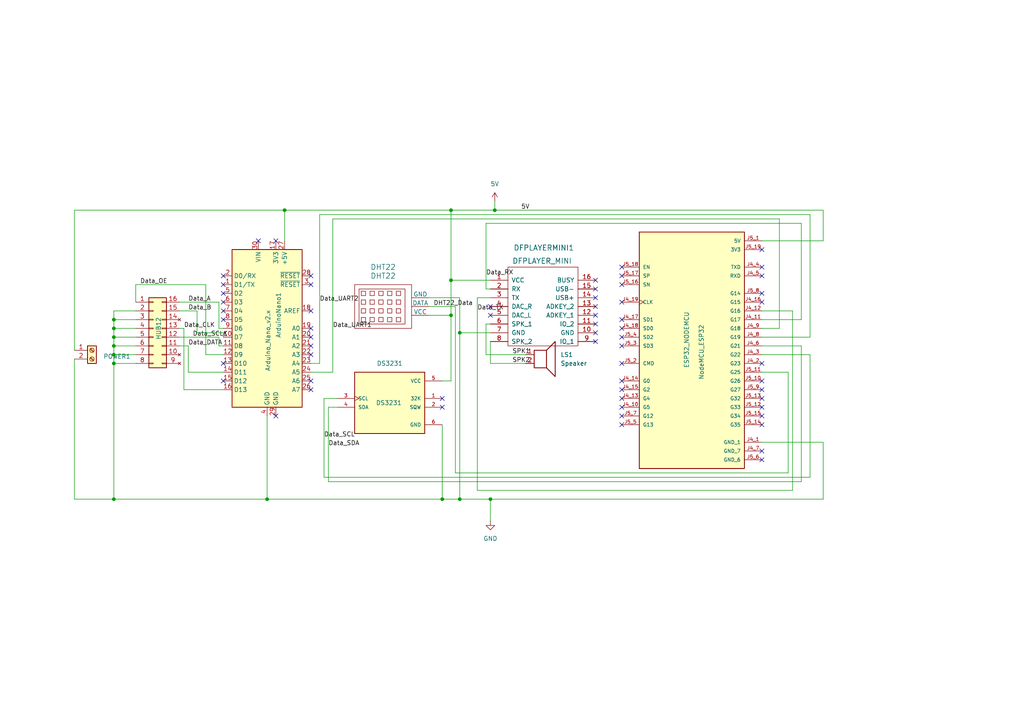
<source format=kicad_sch>
(kicad_sch (version 20250114) (generator "eeschema") (generator_version "9.0")
  (paper "A4")
  (lib_symbols
    (symbol "Connector:Screw_Terminal_01x02" (pin_names (offset 1.016) (hide yes))
      (property "Reference" "J" (at 0 2.54 0))
      (property "Value" "Screw_Terminal_01x02" (at 0 -5.08 0))
      (symbol "Screw_Terminal_01x02_1_1"
        (rectangle (start -1.27 1.27) (end 1.27 -3.81) (stroke (width 0.254)) (fill (type background)))
        (polyline (pts (xy -0.5334 0.3302) (xy 0.3302 -0.508)) (stroke (width 0.1524)))
        (polyline (pts (xy -0.5334 -2.2098) (xy 0.3302 -3.048)) (stroke (width 0.1524)))
        (polyline (pts (xy -0.3556 0.508) (xy 0.508 -0.3302)) (stroke (width 0.1524)))
        (polyline (pts (xy -0.3556 -2.032) (xy 0.508 -2.8702)) (stroke (width 0.1524)))
        (circle (center 0 0) (radius 0.635) (stroke (width 0.1524)))
        (circle (center 0 -2.54) (radius 0.635) (stroke (width 0.1524)))
        (pin passive line (at -5.08 0 0) (length 3.81) (name "Pin_1") (number "1"))
        (pin passive line (at -5.08 -2.54 0) (length 3.81) (name "Pin_2") (number "2"))
      )
    )
    (symbol "Connector_Generic_MountingPin:Conn_02x08_Counter_Clockwise_MountingPin" (pin_names (offset 1.016) (hide yes))
      (property "Reference" "J1" (at 1.27 13.97 0))
      (property "Value" "Conn_02x08_Odd_Even_MountingPin" (at 1.27 11.43 0))
      (symbol "Conn_02x08_Counter_Clockwise_MountingPin_1_1"
        (rectangle (start -1.27 8.89) (end 3.81 -11.43) (stroke (width 0.254)) (fill (type background)))
        (rectangle (start -1.27 7.747) (end 0 7.493) (stroke (width 0.1524)))
        (rectangle (start -1.27 5.207) (end 0 4.953) (stroke (width 0.1524)))
        (rectangle (start -1.27 2.667) (end 0 2.413) (stroke (width 0.1524)))
        (rectangle (start -1.27 0.127) (end 0 -0.127) (stroke (width 0.1524)))
        (rectangle (start -1.27 -2.413) (end 0 -2.667) (stroke (width 0.1524)))
        (rectangle (start -1.27 -4.953) (end 0 -5.207) (stroke (width 0.1524)))
        (rectangle (start -1.27 -7.493) (end 0 -7.747) (stroke (width 0.1524)))
        (rectangle (start -1.27 -10.033) (end 0 -10.287) (stroke (width 0.1524)))
        (rectangle (start 3.81 7.747) (end 2.54 7.493) (stroke (width 0.1524)))
        (rectangle (start 3.81 5.207) (end 2.54 4.953) (stroke (width 0.1524)))
        (rectangle (start 3.81 2.667) (end 2.54 2.413) (stroke (width 0.1524)))
        (rectangle (start 3.81 0.127) (end 2.54 -0.127) (stroke (width 0.1524)))
        (rectangle (start 3.81 -2.413) (end 2.54 -2.667) (stroke (width 0.1524)))
        (rectangle (start 3.81 -4.953) (end 2.54 -5.207) (stroke (width 0.1524)))
        (rectangle (start 3.81 -7.493) (end 2.54 -7.747) (stroke (width 0.1524)))
        (rectangle (start 3.81 -10.033) (end 2.54 -10.287) (stroke (width 0.1524)))
        (pin input line (at -5.08 7.62 0) (length 3.81) (name "Pin_1") (number "1"))
        (pin passive line (at -5.08 5.08 0) (length 3.81) (name "GND") (number "2"))
        (pin passive line (at -5.08 2.54 0) (length 3.81) (name "GND") (number "3"))
        (pin passive line (at -5.08 0 0) (length 3.81) (name "GND") (number "4"))
        (pin passive line (at -5.08 -2.54 0) (length 3.81) (name "GND") (number "5"))
        (pin passive line (at -5.08 -5.08 0) (length 3.81) (name "GND") (number "6"))
        (pin passive line (at -5.08 -7.62 0) (length 3.81) (name "GND") (number "7"))
        (pin passive line (at -5.08 -10.16 0) (length 3.81) (name "GND") (number "8"))
        (pin input line (at 7.62 7.62 180) (length 3.81) (name "A") (number "16"))
        (pin input line (at 7.62 5.08 180) (length 3.81) (name "B") (number "15"))
        (pin no_connect line (at 7.62 2.54 180) (length 3.81) (name "X") (number "14"))
        (pin input line (at 7.62 0 180) (length 3.81) (name "CLK") (number "13"))
        (pin input line (at 7.62 -2.54 180) (length 3.81) (name "SCLK") (number "12"))
        (pin input line (at 7.62 -5.08 180) (length 3.81) (name "Data") (number "11"))
        (pin no_connect line (at 7.62 -7.62 180) (length 3.81) (name "X") (number "10"))
        (pin no_connect line (at 7.62 -10.16 180) (length 3.81) (name "X") (number "9"))
      )
    )
    (symbol "DFMINI:DFPLAYER_MINI" (pin_names (offset 1.016))
      (property "Reference" "DFPLAYERMINI1" (at 0.254 18.288 0))
      (property "Value" "DFPLAYER_MINI" (at -0.254 14.478 0))
      (symbol "DFPLAYER_MINI_0_1"
        (rectangle (start -10.16 -10.16) (end 10.16 12.7))
      )
      (symbol "DFPLAYER_MINI_1_1"
        (pin input line (at -15.24 8.89 0) (length 5.08) (name "VCC") (number "1"))
        (pin input line (at -15.24 6.35 0) (length 5.08) (name "RX") (number "2"))
        (pin input line (at -15.24 3.81 0) (length 5.08) (name "TX") (number "3"))
        (pin input line (at -15.24 1.27 0) (length 5.08) (name "DAC_R") (number "4"))
        (pin input line (at -15.24 -1.27 0) (length 5.08) (name "DAC_L") (number "5"))
        (pin passive line (at -15.24 -3.81 0) (length 5.08) (name "SPK_1") (number "6"))
        (pin input line (at -15.24 -6.35 0) (length 5.08) (name "GND") (number "7"))
        (pin passive line (at -15.24 -8.89 0) (length 5.08) (name "SPK_2") (number "8"))
        (pin input line (at 15.24 8.89 180) (length 5.08) (name "BUSY") (number "16"))
        (pin input line (at 15.24 6.35 180) (length 5.08) (name "USB-") (number "15"))
        (pin input line (at 15.24 3.81 180) (length 5.08) (name "USB+") (number "14"))
        (pin input line (at 15.24 1.27 180) (length 5.08) (name "ADKEY_2") (number "13"))
        (pin input line (at 15.24 -1.27 180) (length 5.08) (name "ADKEY_1") (number "12"))
        (pin input line (at 15.24 -3.81 180) (length 5.08) (name "IO_2") (number "11"))
        (pin input line (at 15.24 -6.35 180) (length 5.08) (name "GND") (number "10"))
        (pin input line (at 15.24 -8.89 180) (length 5.08) (name "IO_1") (number "9"))
      )
    )
    (symbol "Device:Speaker" (pin_names (offset 0) (hide yes))
      (property "Reference" "LS" (at 1.27 5.715 0))
      (property "Value" "Speaker" (at 1.27 3.81 0))
      (symbol "Speaker_0_0"
        (rectangle (start -2.54 1.27) (end 1.016 -3.81) (stroke (width 0.254)))
        (polyline (pts (xy 1.016 1.27) (xy 3.556 3.81) (xy 3.556 -6.35) (xy 1.016 -3.81)) (stroke (width 0.254)))
      )
      (symbol "Speaker_1_1"
        (pin input line (at -5.08 0 0) (length 2.54) (name "1") (number "1"))
        (pin input line (at -5.08 -2.54 0) (length 2.54) (name "2") (number "2"))
      )
    )
    (symbol "ESP32_NODEMCU:ESP32_NODEMCU" (pin_names (offset 1.016))
      (property "Reference" "NodeMCU_ESP32" (at 2.794 0.762 90))
      (property "Value" "ESP32_NODEMCU" (at -1.524 4.318 90))
      (symbol "ESP32_NODEMCU_0_0"
        (rectangle (start -15.24 -33.02) (end 15.24 35.56) (stroke (width 0.254)) (fill (type background)))
        (pin input line (at -20.32 25.4 0) (length 5.08) (name "EN") (number "J5_18"))
        (pin input line (at -20.32 22.86 0) (length 5.08) (name "SP") (number "J5_17"))
        (pin input line (at -20.32 20.32 0) (length 5.08) (name "SN") (number "J5_16"))
        (pin input clock (at -20.32 15.24 0) (length 5.08) (name "CLK") (number "J4_19"))
        (pin bidirectional line (at -20.32 10.16 0) (length 5.08) (name "SD1") (number "J4_17"))
        (pin bidirectional line (at -20.32 7.62 0) (length 5.08) (name "SD0") (number "J4_18"))
        (pin bidirectional line (at -20.32 5.08 0) (length 5.08) (name "SD2") (number "J5_4"))
        (pin bidirectional line (at -20.32 2.54 0) (length 5.08) (name "SD3") (number "J5_3"))
        (pin bidirectional line (at -20.32 -2.54 0) (length 5.08) (name "CMD") (number "J5_2"))
        (pin bidirectional line (at -20.32 -7.62 0) (length 5.08) (name "G0") (number "J4_14"))
        (pin bidirectional line (at -20.32 -10.16 0) (length 5.08) (name "G2") (number "J4_15"))
        (pin bidirectional line (at -20.32 -12.7 0) (length 5.08) (name "G4") (number "J4_13"))
        (pin bidirectional line (at -20.32 -15.24 0) (length 5.08) (name "G5") (number "J4_10"))
        (pin bidirectional line (at -20.32 -17.78 0) (length 5.08) (name "G12") (number "J5_7"))
        (pin bidirectional line (at -20.32 -20.32 0) (length 5.08) (name "G13") (number "J5_5"))
        (pin power_in line (at 20.32 33.02 180) (length 5.08) (name "5V") (number "J5_1"))
        (pin power_in line (at 20.32 30.48 180) (length 5.08) (name "3V3") (number "J5_19"))
        (pin output line (at 20.32 25.4 180) (length 5.08) (name "TXD") (number "J4_4"))
        (pin input line (at 20.32 22.86 180) (length 5.08) (name "RXD") (number "J4_5"))
        (pin bidirectional line (at 20.32 17.78 180) (length 5.08) (name "G14") (number "J5_8"))
        (pin bidirectional line (at 20.32 15.24 180) (length 5.08) (name "G15") (number "J4_16"))
        (pin bidirectional line (at 20.32 12.7 180) (length 5.08) (name "G16") (number "J4_12"))
        (pin bidirectional line (at 20.32 10.16 180) (length 5.08) (name "G17") (number "J4_11"))
        (pin bidirectional line (at 20.32 7.62 180) (length 5.08) (name "G18") (number "J4_9"))
        (pin bidirectional line (at 20.32 5.08 180) (length 5.08) (name "G19") (number "J4_8"))
        (pin bidirectional line (at 20.32 2.54 180) (length 5.08) (name "G21") (number "J4_6"))
        (pin bidirectional line (at 20.32 0 180) (length 5.08) (name "G22") (number "J4_3"))
        (pin bidirectional line (at 20.32 -2.54 180) (length 5.08) (name "G23") (number "J4_2"))
        (pin bidirectional line (at 20.32 -5.08 180) (length 5.08) (name "G25") (number "J5_11"))
        (pin bidirectional line (at 20.32 -7.62 180) (length 5.08) (name "G26") (number "J5_10"))
        (pin bidirectional line (at 20.32 -10.16 180) (length 5.08) (name "G27") (number "J5_9"))
        (pin bidirectional line (at 20.32 -12.7 180) (length 5.08) (name "G32") (number "J5_13"))
        (pin bidirectional line (at 20.32 -15.24 180) (length 5.08) (name "G33") (number "J5_12"))
        (pin bidirectional line (at 20.32 -17.78 180) (length 5.08) (name "G34") (number "J5_15"))
        (pin bidirectional line (at 20.32 -20.32 180) (length 5.08) (name "G35") (number "J5_14"))
        (pin power_out line (at 20.32 -25.4 180) (length 5.08) (name "GND_1") (number "J4_1"))
        (pin power_in line (at 20.32 -27.94 180) (length 5.08) (name "GND_7") (number "J4_7"))
        (pin power_in line (at 20.32 -30.48 180) (length 5.08) (name "GND_6") (number "J5_6"))
      )
    )
    (symbol "MCU_Module:Arduino_Nano_v2.x"
      (property "Reference" "A" (at -10.16 23.495 0))
      (property "Value" "Arduino_Nano_v2.x" (at 5.08 -24.13 0))
      (symbol "Arduino_Nano_v2.x_0_1"
        (rectangle (start -10.16 22.86) (end 10.16 -22.86) (stroke (width 0.254)) (fill (type background)))
      )
      (symbol "Arduino_Nano_v2.x_1_1"
        (pin bidirectional line (at -12.7 15.24 0) (length 2.54) (name "D0/RX") (number "2"))
        (pin bidirectional line (at -12.7 12.7 0) (length 2.54) (name "D1/TX") (number "1"))
        (pin bidirectional line (at -12.7 10.16 0) (length 2.54) (name "D2") (number "5"))
        (pin bidirectional line (at -12.7 7.62 0) (length 2.54) (name "D3") (number "6"))
        (pin bidirectional line (at -12.7 5.08 0) (length 2.54) (name "D4") (number "7"))
        (pin bidirectional line (at -12.7 2.54 0) (length 2.54) (name "D5") (number "8"))
        (pin bidirectional line (at -12.7 0 0) (length 2.54) (name "D6") (number "9"))
        (pin bidirectional line (at -12.7 -2.54 0) (length 2.54) (name "D7") (number "10"))
        (pin bidirectional line (at -12.7 -5.08 0) (length 2.54) (name "D8") (number "11"))
        (pin bidirectional line (at -12.7 -7.62 0) (length 2.54) (name "D9") (number "12"))
        (pin bidirectional line (at -12.7 -10.16 0) (length 2.54) (name "D10") (number "13"))
        (pin bidirectional line (at -12.7 -12.7 0) (length 2.54) (name "D11") (number "14"))
        (pin bidirectional line (at -12.7 -15.24 0) (length 2.54) (name "D12") (number "15"))
        (pin bidirectional line (at -12.7 -17.78 0) (length 2.54) (name "D13") (number "16"))
        (pin power_in line (at -2.54 25.4 270) (length 2.54) (name "VIN") (number "30"))
        (pin power_in line (at 0 -25.4 90) (length 2.54) (name "GND") (number "4"))
        (pin power_out line (at 2.54 25.4 270) (length 2.54) (name "3V3") (number "17"))
        (pin power_in line (at 2.54 -25.4 90) (length 2.54) (name "GND") (number "29"))
        (pin power_out line (at 5.08 25.4 270) (length 2.54) (name "+5V") (number "27"))
        (pin input line (at 12.7 15.24 180) (length 2.54) (name "~{RESET}") (number "28"))
        (pin input line (at 12.7 12.7 180) (length 2.54) (name "~{RESET}") (number "3"))
        (pin input line (at 12.7 5.08 180) (length 2.54) (name "AREF") (number "18"))
        (pin bidirectional line (at 12.7 0 180) (length 2.54) (name "A0") (number "19"))
        (pin bidirectional line (at 12.7 -2.54 180) (length 2.54) (name "A1") (number "20"))
        (pin bidirectional line (at 12.7 -5.08 180) (length 2.54) (name "A2") (number "21"))
        (pin bidirectional line (at 12.7 -7.62 180) (length 2.54) (name "A3") (number "22"))
        (pin bidirectional line (at 12.7 -10.16 180) (length 2.54) (name "A4") (number "23"))
        (pin bidirectional line (at 12.7 -12.7 180) (length 2.54) (name "A5") (number "24"))
        (pin bidirectional line (at 12.7 -15.24 180) (length 2.54) (name "A6") (number "25"))
        (pin bidirectional line (at 12.7 -17.78 180) (length 2.54) (name "A7") (number "26"))
      )
    )
    (symbol "TC00500:TC00500" (pin_names (offset 1.016))
      (property "Reference" "U" (at -10.16 8.89 0))
      (property "Value" "TC00500" (at -10.16 -11.43 0))
      (symbol "TC00500_0_0"
        (rectangle (start -10.16 -10.16) (end 10.16 7.62) (stroke (width 0.254)) (fill (type background)))
        (pin input clock (at -15.24 0 0) (length 5.08) (name "SCL") (number "3"))
        (pin bidirectional line (at -15.24 -2.54 0) (length 5.08) (name "SDA") (number "4"))
        (pin power_in line (at 15.24 5.08 180) (length 5.08) (name "VCC") (number "5"))
        (pin output line (at 15.24 0 180) (length 5.08) (name "32K") (number "1"))
        (pin output line (at 15.24 -2.54 180) (length 5.08) (name "SQW") (number "2"))
        (pin power_in line (at 15.24 -7.62 180) (length 5.08) (name "GND") (number "6"))
      )
    )
    (symbol "power:+5V" (power) (pin_numbers (hide yes)) (pin_names (offset 0) (hide yes))
      (property "Value" "+5V" (at 0 3.556 0))
      (symbol "+5V_0_1"
        (polyline (pts (xy -0.762 1.27) (xy 0 2.54)))
        (polyline (pts (xy 0 2.54) (xy 0.762 1.27)))
        (polyline (pts (xy 0 0) (xy 0 2.54)))
      )
      (symbol "+5V_1_1"
        (pin power_in line (at 0 0 90) (length 0) (name "~") (number "1"))
      )
    )
    (symbol "power:GND" (power) (pin_numbers (hide yes)) (pin_names (offset 0) (hide yes))
      (property "Value" "GND" (at 0 -3.81 0))
      (symbol "GND_0_1"
        (polyline (pts (xy 0 0) (xy 0 -1.27) (xy 1.27 -1.27) (xy 0 -2.54) (xy -1.27 -1.27) (xy 0 -1.27)))
      )
      (symbol "GND_1_1"
        (pin power_in line (at 0 0 270) (length 0) (name "~") (number "1"))
      )
    )
    (symbol "sensors:DHT11_Temperature_Humidity" (pin_numbers (hide yes)) (pin_names (offset 0))
      (property "Reference" "TH1" (at 11.43 13.335 90))
      (property "Value" "DHT22" (at 8.89 13.335 90))
      (symbol "DHT11_Temperature_Humidity_0_1"
        (rectangle (start -6.35 5.08) (end 6.35 21.59))
        (rectangle (start -4.445 19.685) (end -3.175 18.415))
        (rectangle (start -4.445 17.145) (end -3.175 15.875))
        (rectangle (start -4.445 14.605) (end -3.175 13.335))
        (rectangle (start -4.445 12.065) (end -3.175 10.795))
        (rectangle (start -4.445 9.525) (end -3.175 8.255))
        (rectangle (start -1.905 18.415) (end -0.635 19.685))
        (rectangle (start -1.905 15.875) (end -0.635 17.145))
        (rectangle (start -1.905 13.335) (end -0.635 14.605))
        (rectangle (start -1.905 10.795) (end -0.635 12.065))
        (rectangle (start -1.905 8.255) (end -0.635 9.525))
        (rectangle (start 0.635 18.415) (end 1.905 19.685))
        (rectangle (start 0.635 15.875) (end 1.905 17.145))
        (rectangle (start 0.635 13.335) (end 1.905 14.605))
        (rectangle (start 0.635 10.795) (end 1.905 12.065))
        (rectangle (start 0.635 8.255) (end 1.905 9.525))
        (rectangle (start 3.175 18.415) (end 4.445 19.685))
        (rectangle (start 3.175 15.875) (end 4.445 17.145))
        (rectangle (start 3.175 13.335) (end 4.445 14.605))
        (rectangle (start 3.175 10.795) (end 4.445 12.065))
        (rectangle (start 3.175 8.255) (end 4.445 9.525))
        (rectangle (start 5.08 6.985) (end -5.08 20.32))
      )
      (symbol "DHT11_Temperature_Humidity_1_1"
        (pin power_in line (at -2.54 0 90) (length 5.08) (name "VCC") (number "2"))
        (pin input line (at 0 0 90) (length 5.08) (name "DATA") (number "1"))
        (pin power_in line (at 2.54 0 90) (length 5.08) (name "GND") (number "3"))
      )
    )
  )
  (junction (at 33.02 95.25))
  (junction (at 130.81 60.96))
  (junction (at 33.02 100.33))
  (junction (at 130.81 91.44))
  (junction (at 33.02 97.79))
  (junction (at 133.35 144.78))
  (junction (at 133.35 96.52))
  (junction (at 128.27 144.78))
  (junction (at 82.55 60.96))
  (junction (at 33.02 102.87))
  (junction (at 33.02 105.41))
  (junction (at 143.51 60.96))
  (junction (at 77.47 144.78))
  (junction (at 142.24 144.78))
  (junction (at 33.02 92.71))
  (junction (at 130.81 81.28))
  (junction (at 33.02 144.78))
  (no_connect (at 180.34 100.33))
  (no_connect (at 220.98 113.03))
  (no_connect (at 90.17 82.55))
  (no_connect (at 180.34 82.55))
  (no_connect (at 180.34 110.49))
  (no_connect (at 180.34 92.71))
  (no_connect (at 220.98 105.41))
  (no_connect (at 180.34 123.19))
  (no_connect (at 220.98 85.09))
  (no_connect (at 172.72 83.82))
  (no_connect (at 90.17 80.01))
  (no_connect (at 180.34 95.25))
  (no_connect (at 220.98 110.49))
  (no_connect (at 172.72 86.36))
  (no_connect (at 64.77 87.63))
  (no_connect (at 220.98 72.39))
  (no_connect (at 90.17 95.25))
  (no_connect (at 128.27 115.57))
  (no_connect (at 64.77 110.49))
  (no_connect (at 172.72 99.06))
  (no_connect (at 180.34 115.57))
  (no_connect (at 74.93 69.85))
  (no_connect (at 172.72 91.44))
  (no_connect (at 80.01 120.65))
  (no_connect (at 64.77 105.41))
  (no_connect (at 142.24 91.44))
  (no_connect (at 180.34 113.03))
  (no_connect (at 220.98 120.65))
  (no_connect (at 220.98 77.47))
  (no_connect (at 90.17 113.03))
  (no_connect (at 172.72 81.28))
  (no_connect (at 80.01 69.85))
  (no_connect (at 64.77 80.01))
  (no_connect (at 172.72 93.98))
  (no_connect (at 220.98 115.57))
  (no_connect (at 172.72 88.9))
  (no_connect (at 128.27 118.11))
  (no_connect (at 90.17 110.49))
  (no_connect (at 64.77 92.71))
  (no_connect (at 180.34 97.79))
  (no_connect (at 180.34 77.47))
  (no_connect (at 220.98 87.63))
  (no_connect (at 90.17 102.87))
  (no_connect (at 180.34 118.11))
  (no_connect (at 172.72 96.52))
  (no_connect (at 142.24 88.9))
  (no_connect (at 220.98 80.01))
  (no_connect (at 90.17 97.79))
  (no_connect (at 64.77 85.09))
  (no_connect (at 220.98 118.11))
  (no_connect (at 64.77 82.55))
  (no_connect (at 180.34 87.63))
  (no_connect (at 180.34 105.41))
  (no_connect (at 220.98 130.81))
  (no_connect (at 64.77 90.17))
  (no_connect (at 90.17 90.17))
  (no_connect (at 180.34 120.65))
  (no_connect (at 220.98 123.19))
  (no_connect (at 220.98 133.35))
  (no_connect (at 90.17 100.33))
  (no_connect (at 180.34 80.01))
  (wire (pts (xy 130.81 60.96) (xy 143.51 60.96)))
  (wire (pts (xy 33.02 102.87) (xy 33.02 105.41)))
  (wire (pts (xy 59.69 102.87) (xy 59.69 82.55)))
  (wire (pts (xy 140.97 64.77) (xy 140.97 83.82)))
  (wire (pts (xy 142.24 86.36) (xy 138.43 86.36)))
  (wire (pts (xy 234.95 62.23) (xy 234.95 97.79)))
  (wire (pts (xy 220.98 90.17) (xy 229.87 90.17)))
  (wire (pts (xy 133.35 144.78) (xy 142.24 144.78)))
  (wire (pts (xy 64.77 100.33) (xy 63.5 100.33)))
  (wire (pts (xy 220.98 128.27) (xy 238.76 128.27)))
  (wire (pts (xy 63.5 100.33) (xy 63.5 97.79)))
  (wire (pts (xy 130.81 81.28) (xy 130.81 60.96)))
  (wire (pts (xy 39.37 102.87) (xy 33.02 102.87)))
  (wire (pts (xy 95.25 118.11) (xy 95.25 139.7)))
  (wire (pts (xy 220.98 95.25) (xy 226.06 95.25)))
  (wire (pts (xy 92.71 62.23) (xy 92.71 105.41)))
  (wire (pts (xy 220.98 107.95) (xy 228.6 107.95)))
  (wire (pts (xy 142.24 99.06) (xy 142.24 105.41)))
  (wire (pts (xy 57.15 96.52) (xy 64.77 96.52)))
  (wire (pts (xy 52.07 100.33) (xy 54.61 100.33)))
  (wire (pts (xy 234.95 97.79) (xy 220.98 97.79)))
  (wire (pts (xy 229.87 142.24) (xy 229.87 90.17)))
  (wire (pts (xy 232.41 92.71) (xy 220.98 92.71)))
  (wire (pts (xy 140.97 83.82) (xy 142.24 83.82)))
  (wire (pts (xy 77.47 144.78) (xy 128.27 144.78)))
  (wire (pts (xy 64.77 96.52) (xy 64.77 97.79)))
  (wire (pts (xy 39.37 105.41) (xy 33.02 105.41)))
  (wire (pts (xy 39.37 95.25) (xy 33.02 95.25)))
  (wire (pts (xy 53.34 95.25) (xy 53.34 113.03)))
  (wire (pts (xy 128.27 110.49) (xy 130.81 110.49)))
  (wire (pts (xy 220.98 69.85) (xy 238.76 69.85)))
  (wire (pts (xy 57.15 90.17) (xy 57.15 96.52)))
  (wire (pts (xy 33.02 92.71) (xy 33.02 95.25)))
  (wire (pts (xy 140.97 102.87) (xy 152.4 102.87)))
  (wire (pts (xy 142.24 144.78) (xy 142.24 151.13)))
  (wire (pts (xy 21.59 60.96) (xy 82.55 60.96)))
  (wire (pts (xy 39.37 97.79) (xy 33.02 97.79)))
  (wire (pts (xy 130.81 81.28) (xy 130.81 91.44)))
  (wire (pts (xy 54.61 100.33) (xy 54.61 107.95)))
  (wire (pts (xy 33.02 144.78) (xy 77.47 144.78)))
  (wire (pts (xy 130.81 81.28) (xy 142.24 81.28)))
  (wire (pts (xy 21.59 144.78) (xy 33.02 144.78)))
  (wire (pts (xy 93.98 138.43) (xy 93.98 115.57)))
  (wire (pts (xy 226.06 95.25) (xy 226.06 63.5)))
  (wire (pts (xy 133.35 86.36) (xy 133.35 96.52)))
  (wire (pts (xy 53.34 113.03) (xy 64.77 113.03)))
  (wire (pts (xy 234.95 138.43) (xy 93.98 138.43)))
  (wire (pts (xy 140.97 93.98) (xy 140.97 102.87)))
  (wire (pts (xy 95.25 139.7) (xy 232.41 139.7)))
  (wire (pts (xy 97.79 118.11) (xy 95.25 118.11)))
  (wire (pts (xy 138.43 86.36) (xy 138.43 142.24)))
  (wire (pts (xy 54.61 107.95) (xy 64.77 107.95)))
  (wire (pts (xy 64.77 102.87) (xy 59.69 102.87)))
  (wire (pts (xy 133.35 96.52) (xy 142.24 96.52)))
  (wire (pts (xy 33.02 95.25) (xy 33.02 97.79)))
  (wire (pts (xy 77.47 120.65) (xy 77.47 144.78)))
  (wire (pts (xy 232.41 100.33) (xy 220.98 100.33)))
  (wire (pts (xy 33.02 90.17) (xy 33.02 92.71)))
  (wire (pts (xy 21.59 101.6) (xy 21.59 60.96)))
  (wire (pts (xy 132.08 88.9) (xy 132.08 137.16)))
  (wire (pts (xy 232.41 64.77) (xy 232.41 92.71)))
  (wire (pts (xy 52.07 87.63) (xy 63.5 87.63)))
  (wire (pts (xy 82.55 60.96) (xy 130.81 60.96)))
  (wire (pts (xy 128.27 123.19) (xy 128.27 144.78)))
  (wire (pts (xy 226.06 63.5) (xy 96.52 63.5)))
  (wire (pts (xy 234.95 102.87) (xy 234.95 138.43)))
  (wire (pts (xy 142.24 105.41) (xy 152.4 105.41)))
  (wire (pts (xy 124.46 91.44) (xy 130.81 91.44)))
  (wire (pts (xy 39.37 100.33) (xy 33.02 100.33)))
  (wire (pts (xy 33.02 105.41) (xy 33.02 144.78)))
  (wire (pts (xy 220.98 102.87) (xy 234.95 102.87)))
  (wire (pts (xy 82.55 69.85) (xy 82.55 60.96)))
  (wire (pts (xy 238.76 60.96) (xy 238.76 69.85)))
  (wire (pts (xy 133.35 96.52) (xy 133.35 144.78)))
  (wire (pts (xy 39.37 90.17) (xy 33.02 90.17)))
  (wire (pts (xy 93.98 115.57) (xy 97.79 115.57)))
  (wire (pts (xy 142.24 144.78) (xy 238.76 144.78)))
  (wire (pts (xy 39.37 92.71) (xy 33.02 92.71)))
  (wire (pts (xy 52.07 95.25) (xy 53.34 95.25)))
  (wire (pts (xy 33.02 97.79) (xy 33.02 100.33)))
  (wire (pts (xy 140.97 64.77) (xy 232.41 64.77)))
  (wire (pts (xy 63.5 97.79) (xy 52.07 97.79)))
  (wire (pts (xy 52.07 90.17) (xy 57.15 90.17)))
  (wire (pts (xy 33.02 100.33) (xy 33.02 102.87)))
  (wire (pts (xy 142.24 93.98) (xy 140.97 93.98)))
  (wire (pts (xy 63.5 95.25) (xy 64.77 95.25)))
  (wire (pts (xy 63.5 87.63) (xy 63.5 95.25)))
  (wire (pts (xy 92.71 105.41) (xy 90.17 105.41)))
  (wire (pts (xy 96.52 63.5) (xy 96.52 107.95)))
  (wire (pts (xy 21.59 104.14) (xy 21.59 144.78)))
  (wire (pts (xy 232.41 139.7) (xy 232.41 100.33)))
  (wire (pts (xy 238.76 128.27) (xy 238.76 144.78)))
  (wire (pts (xy 124.46 88.9) (xy 132.08 88.9)))
  (wire (pts (xy 143.51 60.96) (xy 143.51 58.42)))
  (wire (pts (xy 228.6 107.95) (xy 228.6 137.16)))
  (wire (pts (xy 228.6 137.16) (xy 132.08 137.16)))
  (wire (pts (xy 138.43 142.24) (xy 229.87 142.24)))
  (wire (pts (xy 124.46 86.36) (xy 133.35 86.36)))
  (wire (pts (xy 39.37 82.55) (xy 39.37 87.63)))
  (wire (pts (xy 92.71 62.23) (xy 234.95 62.23)))
  (wire (pts (xy 128.27 144.78) (xy 133.35 144.78)))
  (wire (pts (xy 96.52 107.95) (xy 90.17 107.95)))
  (wire (pts (xy 143.51 60.96) (xy 238.76 60.96)))
  (wire (pts (xy 130.81 91.44) (xy 130.81 110.49)))
  (wire (pts (xy 59.69 82.55) (xy 39.37 82.55)))
  (label "5V" (at 151.13 60.96 0))
  (label "Data_CLK" (at 53.34 95.25 0))
  (label "Data_A" (at 54.61 87.63 0))
  (label "Data_RX" (at 140.97 80.01 0))
  (label "SPK1" (at 148.59 102.87 0))
  (label "Data_OE" (at 40.64 82.55 0))
  (label "Data_B" (at 54.61 90.17 0))
  (label "Data_SCLK" (at 55.88 97.79 0))
  (label "Data_SCL" (at 93.98 127 0))
  (label "DHT22_Data" (at 125.73 88.9 0))
  (label "SPK2" (at 148.59 105.41 0))
  (label "Data_TX" (at 138.43 90.17 0))
  (label "Data_UART2" (at 92.71 87.63 0))
  (label "Data_SDA" (at 95.25 129.54 0))
  (label "Data_DATA" (at 54.61 100.33 0))
  (label "Data_UART1" (at 96.52 95.25 0))
  (symbol (lib_id "power:GND") (at 142.24 151.13 0) (unit 1)
    (property "Reference" "#PWR02" (effects (hide yes)))
    (property "Value" "GND" (at 142.24 156.21 0))
    (property "Description" "Power symbol creates a global label with name \"GND\" , ground" (effects (hide yes)))
  )
  (symbol (lib_id "DFMINI:DFPLAYER_MINI") (at 157.48 90.17 0) (unit 1)
    (property "Reference" "DFPLAYERMINI1" (at 157.734 71.882 0) (effects (font (size 1.524 1.524))))
    (property "Value" "DFPLAYER_MINI" (at 157.226 75.692 0) (effects (font (size 1.524 1.524))))
    (property "Footprint" "Arduino_Nano:DFPlayer_V2" (effects (hide yes)))
  )
  (symbol (lib_id "TC00500:TC00500") (at 113.03 115.57 0) (unit 1)
    (property "Reference" "DS3231" (at 112.776 116.84 0))
    (property "Value" "DS3231" (at 113.03 105.41 0))
    (property "Footprint" "TC00500:MODULE_TC00500" (effects (hide yes)))
    (property "MF" "YKS" (effects (hide yes)))
    (property "MAXIMUM_PACKAGE_HEIGHT" "37.5 mm" (effects (hide yes)))
    (property "Package" "None" (effects (hide yes)))
    (property "Price" "None" (effects (hide yes)))
    (property "Check_prices" "https://www.snapeda.com/parts/TC00500/YKS/view-part/?ref=eda" (effects (hide yes)))
    (property "STANDARD" "Manufacturer Recommendations" (effects (hide yes)))
    (property "PARTREV" "N/A" (effects (hide yes)))
    (property "SnapEDA_Link" "https://www.snapeda.com/parts/TC00500/YKS/view-part/?ref=snap" (effects (hide yes)))
    (property "MP" "TC00500" (effects (hide yes)))
    (property "Description_1" "DS3231 AT24C32 IIC module precision Real time clock quare memory for Arduino" (effects (hide yes)))
    (property "Availability" "Not in stock" (effects (hide yes)))
    (property "MANUFACTURER" "YKS" (effects (hide yes)))
  )
  (symbol (lib_id "ESP32_NODEMCU:ESP32_NODEMCU") (at 200.66 102.87 0) (unit 1)
    (property "Reference" "NodeMCU_ESP32" (at 203.454 102.108 90))
    (property "Value" "ESP32_NODEMCU" (at 199.136 98.552 90))
    (property "Footprint" "ESP32_NODEMCU:MODULE_ESP32_NODEMCU" (effects (hide yes)))
    (property "MF" "AZ Delivery" (effects (hide yes)))
    (property "MAXIMUM_PACKAGE_HEIGHT" "6.6 mm" (effects (hide yes)))
    (property "Package" "Package" (effects (hide yes)))
    (property "Price" "None" (effects (hide yes)))
    (property "Check_prices" "https://www.snapeda.com/parts/ESP32%20NODEMCU/AZ+Displays/view-part/?ref=eda" (effects (hide yes)))
    (property "STANDARD" "Manufacturer Recommendations" (effects (hide yes)))
    (property "SnapEDA_Link" "https://www.snapeda.com/parts/ESP32%20NODEMCU/AZ+Displays/view-part/?ref=snap" (effects (hide yes)))
    (property "MP" "ESP32 NODEMCU" (effects (hide yes)))
    (property "Description_1" "NodeMCU is an open source loT platform. ESP32 is a series of low cost, low power\nsystem-on-chip (SoC) microcontrollers with integrated Wi-Fi and dual-mode Bluetooth." (effects (hide yes)))
    (property "Availability" "Not in stock" (effects (hide yes)))
    (property "MANUFACTURER" "AZ Delivery" (effects (hide yes)))
  )
  (symbol (lib_id "Device:Speaker") (at 157.48 102.87 0) (unit 1)
    (property "Reference" "LS1" (at 162.56 102.8699 0) (effects (justify left)))
    (property "Value" "Speaker" (at 162.56 105.4099 0) (effects (justify left)))
    (property "Footprint" "Connector_JST:JST_EH_S2B-EH_1x02_P2.50mm_Horizontal" (effects (hide yes)))
    (property "Description" "Speaker" (effects (hide yes)))
  )
  (symbol (lib_id "power:+5V") (at 143.51 58.42 0) (unit 1)
    (property "Reference" "#PWR01" (effects (hide yes)))
    (property "Value" "5V" (at 143.51 53.34 0))
    (property "Description" "Power symbol creates a global label with name \"+5V\"" (effects (hide yes)))
  )
  (symbol (lib_id "Connector_Generic_MountingPin:Conn_02x08_Counter_Clockwise_MountingPin") (at 44.45 95.25 0) (unit 1)
    (property "Reference" "J1" (effects (hide yes)))
    (property "Value" "HUB12" (at 45.974 95.25 90))
    (property "Footprint" "Connector_PinHeader_2.54mm:PinHeader_2x08_P2.54mm_Vertical" (effects (hide yes)))
    (property "Description" "Generic connectable mounting pin connector, double row, 02x08, counter clockwise pin numbering scheme (similar to DIP package numbering), script generated (kicad-library-utils/schlib/autogen/connector/)" (effects (hide yes)))
  )
  (symbol (lib_id "MCU_Module:Arduino_Nano_v2.x") (at 77.47 95.25 0) (unit 1)
    (property "Reference" "ArduinoNano1" (at 80.772 98.044 90) (effects (justify left)))
    (property "Value" "Arduino_Nano_v2.x" (at 77.724 107.696 90) (effects (justify left)))
    (property "Footprint" "Module:Arduino_Nano" (effects (hide yes)))
    (property "Datasheet" "https://www.arduino.cc/en/uploads/Main/ArduinoNanoManual23.pdf" (effects (hide yes)))
    (property "Description" "Arduino Nano v2.x" (effects (hide yes)))
  )
  (symbol (lib_id "sensors:DHT11_Temperature_Humidity") (at 124.46 88.9 90) (unit 1)
    (property "Reference" "DHT22" (at 111.125 77.47 90) (effects (font (size 1.524 1.524))))
    (property "Value" "DHT22" (at 111.125 80.01 90) (effects (font (size 1.524 1.524))))
    (property "Footprint" "Sensors:DHT11_Temperature_Humidity" (effects (hide yes)))
    (property "Description" "A DHT11 temperature and humidity sensor" (effects (hide yes)))
  )
  (symbol (lib_id "Connector:Screw_Terminal_01x02") (at 26.67 101.6 0) (unit 1)
    (property "Reference" "POWER1" (at 29.972 103.378 0) (effects (justify left)))
    (property "Value" "POWER" (effects (hide yes)))
    (property "Footprint" "TerminalBlock_Dinkle:TerminalBlock_Dinkle_DT-55-B01X-02_P10.00mm" (effects (hide yes)))
    (property "Description" "Generic screw terminal, single row, 01x02, script generated (kicad-library-utils/schlib/autogen/connector/)" (effects (hide yes)))
  )
)
</source>
